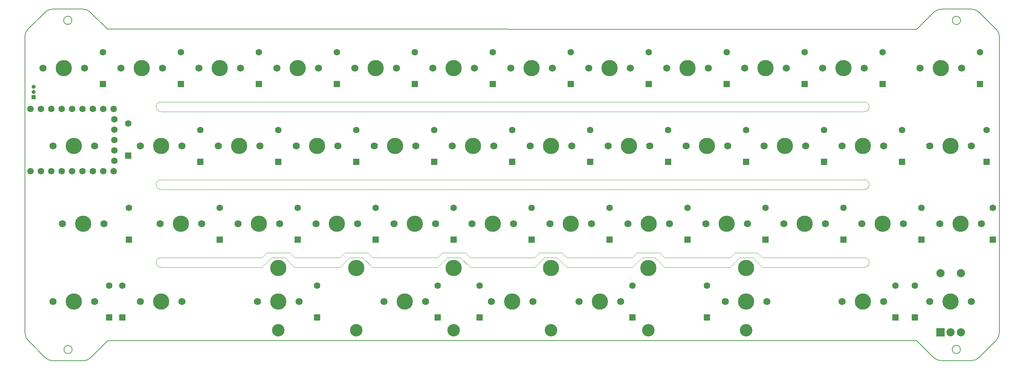
<source format=gbr>
%TF.GenerationSoftware,KiCad,Pcbnew,(6.0.7)*%
%TF.CreationDate,2023-01-05T12:39:30+01:00*%
%TF.ProjectId,lumpen,6c756d70-656e-42e6-9b69-6361645f7063,rev?*%
%TF.SameCoordinates,Original*%
%TF.FileFunction,Soldermask,Top*%
%TF.FilePolarity,Negative*%
%FSLAX46Y46*%
G04 Gerber Fmt 4.6, Leading zero omitted, Abs format (unit mm)*
G04 Created by KiCad (PCBNEW (6.0.7)) date 2023-01-05 12:39:30*
%MOMM*%
%LPD*%
G01*
G04 APERTURE LIST*
%TA.AperFunction,Profile*%
%ADD10C,0.100000*%
%TD*%
%TA.AperFunction,Profile*%
%ADD11C,0.200000*%
%TD*%
%ADD12C,3.987800*%
%ADD13C,1.750000*%
%ADD14R,1.600000X1.600000*%
%ADD15C,1.600000*%
%ADD16C,3.048000*%
%ADD17R,2.000000X2.000000*%
%ADD18C,2.000000*%
%ADD19R,1.000000X1.000000*%
%ADD20O,1.000000X1.000000*%
G04 APERTURE END LIST*
D10*
X224161188Y-86836250D02*
X52314313Y-86836250D01*
D11*
X33287290Y-128781256D02*
X25917546Y-128781256D01*
D10*
X125459250Y-103505000D02*
X127840500Y-105886250D01*
X224161188Y-86836200D02*
G75*
G03*
X224161188Y-84455000I12J1190600D01*
G01*
X78199375Y-102314375D02*
X83755625Y-102314375D01*
X192532000Y-102314375D02*
X191341375Y-103505000D01*
X224161188Y-67786200D02*
G75*
G03*
X224161188Y-65405000I12J1190600D01*
G01*
D11*
X39350957Y-123825611D02*
X35178801Y-127997767D01*
X25855692Y-42668887D02*
G75*
G03*
X23964181Y-43452380I8J-2675013D01*
G01*
D10*
X52314313Y-103505000D02*
X77008750Y-103505000D01*
X193722625Y-103505000D02*
X191341375Y-105886250D01*
D11*
X19102418Y-121966128D02*
X19040564Y-49484019D01*
X236913960Y-123824293D02*
X39350957Y-123825611D01*
X252245970Y-43472322D02*
G75*
G03*
X250354482Y-42688810I-1891570J-1891578D01*
G01*
D10*
X52314313Y-84454950D02*
G75*
G03*
X52314313Y-86836250I-13J-1190650D01*
G01*
D11*
X242984738Y-42688823D02*
G75*
G03*
X241096372Y-43469515I-38J-2674077D01*
G01*
X252245993Y-43472299D02*
X256386121Y-47612427D01*
D10*
X191341375Y-105886250D02*
X175402875Y-105886250D01*
D11*
X39257075Y-47592508D02*
X236956244Y-47609643D01*
D10*
X103964500Y-103505000D02*
X119903000Y-103505000D01*
D11*
X236956244Y-47609643D02*
X241096372Y-43469515D01*
D10*
X96027000Y-105886250D02*
X84946250Y-105886250D01*
D11*
X30540436Y-45418891D02*
G75*
G03*
X30540436Y-45418891I-1000000J0D01*
G01*
D10*
X196897625Y-103505000D02*
X199278875Y-105886250D01*
D11*
X250315343Y-128747910D02*
X242945599Y-128747910D01*
X30602546Y-126031256D02*
G75*
G03*
X30602546Y-126031256I-1000000J0D01*
G01*
D10*
X97217625Y-102314375D02*
X96027000Y-103505000D01*
D11*
X25855692Y-42668891D02*
X33225436Y-42668891D01*
X257169610Y-49503938D02*
X257130471Y-121932782D01*
D10*
X121093625Y-102314375D02*
X126649875Y-102314375D01*
D11*
X247669482Y-45438810D02*
G75*
G03*
X247669482Y-45438810I-1000000J0D01*
G01*
D10*
X144786188Y-102314375D02*
X143595563Y-103505000D01*
X168656000Y-102314375D02*
X167465375Y-103505000D01*
X121093625Y-102314375D02*
X119903000Y-103505000D01*
D11*
X250315343Y-128747926D02*
G75*
G03*
X252206854Y-127964421I57J2674826D01*
G01*
X241054108Y-127964401D02*
G75*
G03*
X242945599Y-128747910I1891492J1891401D01*
G01*
D10*
X122284250Y-103505000D02*
X125459250Y-103505000D01*
X224161188Y-105886250D02*
X199278875Y-105886250D01*
X102773875Y-102314375D02*
X103964500Y-103505000D01*
X193722625Y-103505000D02*
X196897625Y-103505000D01*
X169846625Y-103505000D02*
X173021625Y-103505000D01*
X151533063Y-103505000D02*
X167465375Y-103505000D01*
X144786188Y-102314375D02*
X150342438Y-102314375D01*
D11*
X35116939Y-43452388D02*
G75*
G03*
X33225436Y-42668891I-1891439J-1891312D01*
G01*
D10*
X52314313Y-103504950D02*
G75*
G03*
X52314313Y-105886250I-13J-1190650D01*
G01*
X199278875Y-103505000D02*
X224161188Y-103505000D01*
X169846625Y-103505000D02*
X167465375Y-105886250D01*
X52314313Y-84455000D02*
X224161188Y-84455000D01*
X224161188Y-105886200D02*
G75*
G03*
X224161188Y-103505000I12J1190600D01*
G01*
D11*
X256346997Y-123824308D02*
G75*
G03*
X257130471Y-121932782I-1891797J1891608D01*
G01*
X256346982Y-123824293D02*
X252206854Y-127964421D01*
X33287290Y-128781221D02*
G75*
G03*
X35178801Y-127997767I110J2674821D01*
G01*
D10*
X101583250Y-103505000D02*
X103964500Y-105886250D01*
X79390000Y-103505000D02*
X82565000Y-103505000D01*
X126649875Y-102314375D02*
X127840500Y-103505000D01*
X145976813Y-103505000D02*
X149151813Y-103505000D01*
X143595563Y-105886250D02*
X127840500Y-105886250D01*
X83755625Y-102314375D02*
X84946250Y-103505000D01*
X173021625Y-103505000D02*
X175402875Y-105886250D01*
D11*
X24026035Y-127997767D02*
X19885907Y-123857639D01*
X242984738Y-42688810D02*
X250354482Y-42688810D01*
D10*
X97217625Y-102314375D02*
X102773875Y-102314375D01*
D11*
X241054088Y-127964421D02*
X236913960Y-123824293D01*
X24026051Y-127997751D02*
G75*
G03*
X25917546Y-128781256I1891549J1891551D01*
G01*
D10*
X78199375Y-102314375D02*
X77008750Y-103505000D01*
X174212250Y-102314375D02*
X175402875Y-103505000D01*
X175402875Y-103505000D02*
X191341375Y-103505000D01*
X149151813Y-103505000D02*
X151533063Y-105886250D01*
X224161188Y-67786250D02*
X52314313Y-67786250D01*
X119903000Y-105886250D02*
X103964500Y-105886250D01*
X79390000Y-103505000D02*
X77008750Y-105886250D01*
X98408250Y-103505000D02*
X96027000Y-105886250D01*
X198088250Y-102314375D02*
X199278875Y-103505000D01*
X84946250Y-103505000D02*
X96027000Y-103505000D01*
X52314313Y-65404950D02*
G75*
G03*
X52314313Y-67786250I-13J-1190650D01*
G01*
X168656000Y-102314375D02*
X174212250Y-102314375D01*
X122284250Y-103505000D02*
X119903000Y-105886250D01*
D11*
X19824057Y-47592512D02*
G75*
G03*
X19040564Y-49484019I1891443J-1891488D01*
G01*
D10*
X167465375Y-105886250D02*
X151533063Y-105886250D01*
D11*
X19824053Y-47592508D02*
X23964181Y-43452380D01*
D10*
X77008750Y-105886250D02*
X52314313Y-105886250D01*
X82565000Y-103505000D02*
X84946250Y-105886250D01*
X52314313Y-65405000D02*
X224161188Y-65405000D01*
D11*
X35116947Y-43452380D02*
X39257075Y-47592508D01*
D10*
X150342438Y-102314375D02*
X151533063Y-103505000D01*
D11*
X247630599Y-125997910D02*
G75*
G03*
X247630599Y-125997910I-1000000J0D01*
G01*
D10*
X192532000Y-102314375D02*
X198088250Y-102314375D01*
D11*
X257169605Y-49503938D02*
G75*
G03*
X256386121Y-47612427I-2675405J-162D01*
G01*
D10*
X127840500Y-103505000D02*
X143595563Y-103505000D01*
D11*
X19102451Y-121966128D02*
G75*
G03*
X19885907Y-123857639I2675149J28D01*
G01*
D10*
X145976813Y-103505000D02*
X143595563Y-105886250D01*
X98408250Y-103505000D02*
X101583250Y-103505000D01*
D12*
%TO.C,MX32*%
X171450000Y-95250000D03*
D13*
X166370000Y-95250000D03*
X176530000Y-95250000D03*
%TD*%
D12*
%TO.C,MX37*%
X30988000Y-114300000D03*
D13*
X36068000Y-114300000D03*
X25908000Y-114300000D03*
%TD*%
%TO.C,MX30*%
X128270000Y-95250000D03*
X138430000Y-95250000D03*
D12*
X133350000Y-95250000D03*
%TD*%
%TO.C,MX45*%
X245237000Y-114300000D03*
D13*
X250317000Y-114300000D03*
X240157000Y-114300000D03*
%TD*%
D14*
%TO.C,D1*%
X38100000Y-61050000D03*
D15*
X38100000Y-53250000D03*
%TD*%
D13*
%TO.C,MX11*%
X224155000Y-57150000D03*
D12*
X219075000Y-57150000D03*
D13*
X213995000Y-57150000D03*
%TD*%
D14*
%TO.C,D41*%
X231775000Y-118200000D03*
D15*
X231775000Y-110400000D03*
%TD*%
D13*
%TO.C,MX34*%
X204470000Y-95250000D03*
X214630000Y-95250000D03*
D12*
X209550000Y-95250000D03*
%TD*%
D14*
%TO.C,D9*%
X42862500Y-118200000D03*
D15*
X42862500Y-110400000D03*
%TD*%
D14*
%TO.C,D21*%
X133350000Y-61050000D03*
D15*
X133350000Y-53250000D03*
%TD*%
D13*
%TO.C,MX35*%
X233680000Y-95250000D03*
X223520000Y-95250000D03*
D12*
X228600000Y-95250000D03*
%TD*%
D13*
%TO.C,MX12*%
X237807500Y-57150000D03*
X247967500Y-57150000D03*
D12*
X242887500Y-57150000D03*
%TD*%
D14*
%TO.C,D44*%
X254000000Y-80100000D03*
D15*
X254000000Y-72300000D03*
%TD*%
D13*
%TO.C,MX43*%
X200342500Y-114300000D03*
X190182500Y-114300000D03*
D12*
X195262500Y-114300000D03*
%TD*%
D14*
%TO.C,D28*%
X171450000Y-61050000D03*
D15*
X171450000Y-53250000D03*
%TD*%
D13*
%TO.C,MX24*%
X240157000Y-76200000D03*
D12*
X245237000Y-76200000D03*
D13*
X250317000Y-76200000D03*
%TD*%
%TO.C,MX10*%
X205105000Y-57150000D03*
X194945000Y-57150000D03*
D12*
X200025000Y-57150000D03*
%TD*%
D14*
%TO.C,D13*%
X95250000Y-61050000D03*
D15*
X95250000Y-53250000D03*
%TD*%
D12*
%TO.C,MX17*%
X109537500Y-76200000D03*
D13*
X114617500Y-76200000D03*
X104457500Y-76200000D03*
%TD*%
D14*
%TO.C,D33*%
X200025000Y-99150000D03*
D15*
X200025000Y-91350000D03*
%TD*%
D13*
%TO.C,MX42*%
X154432000Y-114300000D03*
D12*
X159512000Y-114300000D03*
X147605750Y-106045000D03*
D13*
X164592000Y-114300000D03*
D16*
X171418250Y-121285000D03*
D12*
X171418250Y-106045000D03*
D16*
X147605750Y-121285000D03*
%TD*%
D13*
%TO.C,MX23*%
X228917500Y-76200000D03*
D12*
X223837500Y-76200000D03*
D13*
X218757500Y-76200000D03*
%TD*%
D12*
%TO.C,MX14*%
X52387500Y-76200000D03*
D13*
X57467500Y-76200000D03*
X47307500Y-76200000D03*
%TD*%
D14*
%TO.C,D6*%
X57150000Y-61050000D03*
D15*
X57150000Y-53250000D03*
%TD*%
D17*
%TO.C,SW1*%
X242737000Y-121800000D03*
D18*
X247737000Y-121800000D03*
X245237000Y-121800000D03*
X247737000Y-107300000D03*
X242737000Y-107300000D03*
%TD*%
D13*
%TO.C,MX27*%
X81280000Y-95250000D03*
D12*
X76200000Y-95250000D03*
D13*
X71120000Y-95250000D03*
%TD*%
D12*
%TO.C,MX29*%
X114300000Y-95250000D03*
D13*
X109220000Y-95250000D03*
X119380000Y-95250000D03*
%TD*%
D14*
%TO.C,D37*%
X214312500Y-80100000D03*
D15*
X214312500Y-72300000D03*
%TD*%
D14*
%TO.C,D19*%
X152400000Y-61050000D03*
D15*
X152400000Y-53250000D03*
%TD*%
D14*
%TO.C,D39*%
X233362500Y-80100000D03*
D15*
X233362500Y-72300000D03*
%TD*%
D13*
%TO.C,MX26*%
X62230000Y-95250000D03*
X52070000Y-95250000D03*
D12*
X57150000Y-95250000D03*
%TD*%
D13*
%TO.C,MX22*%
X199707500Y-76200000D03*
D12*
X204787500Y-76200000D03*
D13*
X209867500Y-76200000D03*
%TD*%
D14*
%TO.C,D7*%
X61912500Y-80100000D03*
D15*
X61912500Y-72300000D03*
%TD*%
D13*
%TO.C,MX36*%
X252730000Y-95250000D03*
D12*
X247650000Y-95250000D03*
D13*
X242570000Y-95250000D03*
%TD*%
%TO.C,MX20*%
X161607500Y-76200000D03*
D12*
X166687500Y-76200000D03*
D13*
X171767500Y-76200000D03*
%TD*%
D12*
%TO.C,MX13*%
X30988000Y-76200000D03*
D13*
X25908000Y-76200000D03*
X36068000Y-76200000D03*
%TD*%
D14*
%TO.C,D36*%
X209550000Y-61050000D03*
D15*
X209550000Y-53250000D03*
%TD*%
D14*
%TO.C,D24*%
X130175000Y-118200000D03*
D15*
X130175000Y-110400000D03*
%TD*%
D14*
%TO.C,D22*%
X138112500Y-80100000D03*
D15*
X138112500Y-72300000D03*
%TD*%
D14*
%TO.C,D18*%
X123825000Y-99150000D03*
D15*
X123825000Y-91350000D03*
%TD*%
D14*
%TO.C,D31*%
X190500000Y-61050000D03*
D15*
X190500000Y-53250000D03*
%TD*%
D14*
%TO.C,D35*%
X185737500Y-118200000D03*
D15*
X185737500Y-110400000D03*
%TD*%
D13*
%TO.C,MX5*%
X109855000Y-57150000D03*
X99695000Y-57150000D03*
D12*
X104775000Y-57150000D03*
%TD*%
D13*
%TO.C,MX39*%
X86042500Y-114300000D03*
X75882500Y-114300000D03*
D12*
X80962500Y-114300000D03*
%TD*%
%TO.C,MX41*%
X195262500Y-106045000D03*
D13*
X133032500Y-114300000D03*
X143192500Y-114300000D03*
D12*
X80962500Y-106045000D03*
X138112500Y-114300000D03*
D16*
X80962500Y-121285000D03*
X195262500Y-121285000D03*
%TD*%
D14*
%TO.C,D16*%
X114300000Y-61050000D03*
D15*
X114300000Y-53250000D03*
%TD*%
D14*
%TO.C,D25*%
X157162500Y-80100000D03*
D15*
X157162500Y-72300000D03*
%TD*%
D14*
%TO.C,D8*%
X66675000Y-99150000D03*
D15*
X66675000Y-91350000D03*
%TD*%
D12*
%TO.C,MX8*%
X161925000Y-57150000D03*
D13*
X167005000Y-57150000D03*
X156845000Y-57150000D03*
%TD*%
D14*
%TO.C,D11*%
X85725000Y-99150000D03*
D15*
X85725000Y-91350000D03*
%TD*%
D14*
%TO.C,D4*%
X39687500Y-118200000D03*
D15*
X39687500Y-110400000D03*
%TD*%
D14*
%TO.C,D15*%
X104775000Y-99150000D03*
D15*
X104775000Y-91350000D03*
%TD*%
D14*
%TO.C,D30*%
X180975000Y-99150000D03*
D15*
X180975000Y-91350000D03*
%TD*%
D14*
%TO.C,D45*%
X255587500Y-99150000D03*
D15*
X255587500Y-91350000D03*
%TD*%
D14*
%TO.C,D14*%
X100012500Y-80100000D03*
D15*
X100012500Y-72300000D03*
%TD*%
D14*
%TO.C,D10*%
X80962500Y-80100000D03*
D15*
X80962500Y-72300000D03*
%TD*%
D14*
%TO.C,D5*%
X76200000Y-61050000D03*
D15*
X76200000Y-53250000D03*
%TD*%
D13*
%TO.C,MX28*%
X100330000Y-95250000D03*
D12*
X95250000Y-95250000D03*
D13*
X90170000Y-95250000D03*
%TD*%
%TO.C,MX44*%
X218757500Y-114300000D03*
D12*
X223837500Y-114300000D03*
D13*
X228917500Y-114300000D03*
%TD*%
D14*
%TO.C,D26*%
X161925000Y-99150000D03*
D15*
X161925000Y-91350000D03*
%TD*%
D14*
%TO.C,D29*%
X176212500Y-80100000D03*
D15*
X176212500Y-72300000D03*
%TD*%
D12*
%TO.C,MX40*%
X111887000Y-114300000D03*
D16*
X99980750Y-121285000D03*
D12*
X99980750Y-106045000D03*
D13*
X106807000Y-114300000D03*
X116967000Y-114300000D03*
D16*
X123793250Y-121285000D03*
D12*
X123793250Y-106045000D03*
%TD*%
D13*
%TO.C,MX33*%
X195580000Y-95250000D03*
D12*
X190500000Y-95250000D03*
D13*
X185420000Y-95250000D03*
%TD*%
D14*
%TO.C,D2*%
X44323000Y-78512500D03*
D15*
X44323000Y-70712500D03*
%TD*%
D14*
%TO.C,D12*%
X90487500Y-118200000D03*
D15*
X90487500Y-110400000D03*
%TD*%
D13*
%TO.C,MX6*%
X128905000Y-57150000D03*
D12*
X123825000Y-57150000D03*
D13*
X118745000Y-57150000D03*
%TD*%
%TO.C,MX9*%
X186055000Y-57150000D03*
D12*
X180975000Y-57150000D03*
D13*
X175895000Y-57150000D03*
%TD*%
D12*
%TO.C,MX2*%
X47625000Y-57150000D03*
D13*
X52705000Y-57150000D03*
X42545000Y-57150000D03*
%TD*%
D14*
%TO.C,D23*%
X142875000Y-99150000D03*
D15*
X142875000Y-91350000D03*
%TD*%
D14*
%TO.C,D34*%
X228600000Y-61050000D03*
D15*
X228600000Y-53250000D03*
%TD*%
D13*
%TO.C,MX21*%
X190817500Y-76200000D03*
X180657500Y-76200000D03*
D12*
X185737500Y-76200000D03*
%TD*%
D13*
%TO.C,MX7*%
X137795000Y-57150000D03*
X147955000Y-57150000D03*
D12*
X142875000Y-57150000D03*
%TD*%
D13*
%TO.C,MX15*%
X76517500Y-76200000D03*
D12*
X71437500Y-76200000D03*
D13*
X66357500Y-76200000D03*
%TD*%
D14*
%TO.C,D46*%
X236537500Y-118200000D03*
D15*
X236537500Y-110400000D03*
%TD*%
D14*
%TO.C,D17*%
X119062500Y-80100000D03*
D15*
X119062500Y-72300000D03*
%TD*%
D14*
%TO.C,D32*%
X195262500Y-80100000D03*
D15*
X195262500Y-72300000D03*
%TD*%
D12*
%TO.C,MX1*%
X28575000Y-57150000D03*
D13*
X23495000Y-57150000D03*
X33655000Y-57150000D03*
%TD*%
%TO.C,MX16*%
X95567500Y-76200000D03*
X85407500Y-76200000D03*
D12*
X90487500Y-76200000D03*
%TD*%
%TO.C,MX25*%
X33337500Y-95250000D03*
D13*
X28257500Y-95250000D03*
X38417500Y-95250000D03*
%TD*%
%TO.C,MX19*%
X142557500Y-76200000D03*
X152717500Y-76200000D03*
D12*
X147637500Y-76200000D03*
%TD*%
D13*
%TO.C,MX4*%
X90805000Y-57150000D03*
X80645000Y-57150000D03*
D12*
X85725000Y-57150000D03*
%TD*%
D14*
%TO.C,D27*%
X167513000Y-118200000D03*
D15*
X167513000Y-110400000D03*
%TD*%
D14*
%TO.C,D43*%
X252412500Y-61050000D03*
D15*
X252412500Y-53250000D03*
%TD*%
D14*
%TO.C,D20*%
X119888000Y-118200000D03*
D15*
X119888000Y-110400000D03*
%TD*%
D14*
%TO.C,D3*%
X44450000Y-99150000D03*
D15*
X44450000Y-91350000D03*
%TD*%
D14*
%TO.C,D38*%
X219075000Y-99150000D03*
D15*
X219075000Y-91350000D03*
%TD*%
D12*
%TO.C,MX38*%
X52387500Y-114300000D03*
D13*
X47307500Y-114300000D03*
X57467500Y-114300000D03*
%TD*%
%TO.C,MX3*%
X71755000Y-57150000D03*
D12*
X66675000Y-57150000D03*
D13*
X61595000Y-57150000D03*
%TD*%
%TO.C,MX18*%
X123507500Y-76200000D03*
X133667500Y-76200000D03*
D12*
X128587500Y-76200000D03*
%TD*%
%TO.C,MX31*%
X152400000Y-95250000D03*
D13*
X147320000Y-95250000D03*
X157480000Y-95250000D03*
%TD*%
D14*
%TO.C,D40*%
X238125000Y-99150000D03*
D15*
X238125000Y-91350000D03*
%TD*%
%TO.C,RZ1*%
X20402500Y-82327500D03*
X22942500Y-82327500D03*
X25482500Y-82327500D03*
X28022500Y-82327500D03*
X30562500Y-82327500D03*
X33102500Y-82327500D03*
X35642500Y-82327500D03*
X38182500Y-82327500D03*
X40722500Y-82327500D03*
X40932500Y-79787500D03*
X40932500Y-77247500D03*
X40932500Y-74707500D03*
X40932500Y-72167500D03*
X40932500Y-69627500D03*
X40722500Y-67087500D03*
X38182500Y-67087500D03*
X35642500Y-67087500D03*
X33102500Y-67087500D03*
X30562500Y-67087500D03*
X28022500Y-67087500D03*
X25482500Y-67087500D03*
X20402500Y-67087500D03*
X22942500Y-67087500D03*
%TD*%
D19*
%TO.C,J1*%
X21209000Y-64262000D03*
D20*
X21209000Y-62992000D03*
X21209000Y-61722000D03*
%TD*%
M02*

</source>
